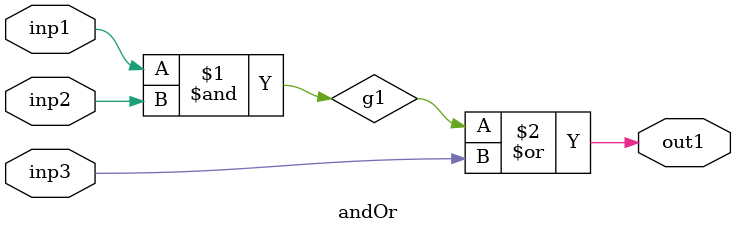
<source format=v>
module andOr (
    input inp1,
    input inp2,
    input inp3,
    output out1
);
   wire g1; 
   and(g1, inp1, inp2);
   or(out1, g1, inp3);

endmodule
</source>
